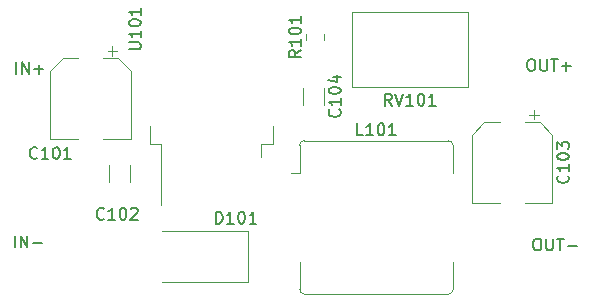
<source format=gbr>
%TF.GenerationSoftware,KiCad,Pcbnew,(6.0.7-1)-1*%
%TF.CreationDate,2022-10-26T21:12:01+02:00*%
%TF.ProjectId,Modulo_LM2596S,4d6f6475-6c6f-45f4-9c4d-32353936532e,rev?*%
%TF.SameCoordinates,Original*%
%TF.FileFunction,Legend,Top*%
%TF.FilePolarity,Positive*%
%FSLAX46Y46*%
G04 Gerber Fmt 4.6, Leading zero omitted, Abs format (unit mm)*
G04 Created by KiCad (PCBNEW (6.0.7-1)-1) date 2022-10-26 21:12:01*
%MOMM*%
%LPD*%
G01*
G04 APERTURE LIST*
%ADD10C,0.150000*%
%ADD11C,0.120000*%
G04 APERTURE END LIST*
D10*
X196130952Y-73702380D02*
X196321428Y-73702380D01*
X196416666Y-73750000D01*
X196511904Y-73845238D01*
X196559523Y-74035714D01*
X196559523Y-74369047D01*
X196511904Y-74559523D01*
X196416666Y-74654761D01*
X196321428Y-74702380D01*
X196130952Y-74702380D01*
X196035714Y-74654761D01*
X195940476Y-74559523D01*
X195892857Y-74369047D01*
X195892857Y-74035714D01*
X195940476Y-73845238D01*
X196035714Y-73750000D01*
X196130952Y-73702380D01*
X196988095Y-73702380D02*
X196988095Y-74511904D01*
X197035714Y-74607142D01*
X197083333Y-74654761D01*
X197178571Y-74702380D01*
X197369047Y-74702380D01*
X197464285Y-74654761D01*
X197511904Y-74607142D01*
X197559523Y-74511904D01*
X197559523Y-73702380D01*
X197892857Y-73702380D02*
X198464285Y-73702380D01*
X198178571Y-74702380D02*
X198178571Y-73702380D01*
X198797619Y-74321428D02*
X199559523Y-74321428D01*
X199178571Y-74702380D02*
X199178571Y-73940476D01*
X196630952Y-88902380D02*
X196821428Y-88902380D01*
X196916666Y-88950000D01*
X197011904Y-89045238D01*
X197059523Y-89235714D01*
X197059523Y-89569047D01*
X197011904Y-89759523D01*
X196916666Y-89854761D01*
X196821428Y-89902380D01*
X196630952Y-89902380D01*
X196535714Y-89854761D01*
X196440476Y-89759523D01*
X196392857Y-89569047D01*
X196392857Y-89235714D01*
X196440476Y-89045238D01*
X196535714Y-88950000D01*
X196630952Y-88902380D01*
X197488095Y-88902380D02*
X197488095Y-89711904D01*
X197535714Y-89807142D01*
X197583333Y-89854761D01*
X197678571Y-89902380D01*
X197869047Y-89902380D01*
X197964285Y-89854761D01*
X198011904Y-89807142D01*
X198059523Y-89711904D01*
X198059523Y-88902380D01*
X198392857Y-88902380D02*
X198964285Y-88902380D01*
X198678571Y-89902380D02*
X198678571Y-88902380D01*
X199297619Y-89521428D02*
X200059523Y-89521428D01*
X152607142Y-74952380D02*
X152607142Y-73952380D01*
X153083333Y-74952380D02*
X153083333Y-73952380D01*
X153654761Y-74952380D01*
X153654761Y-73952380D01*
X154130952Y-74571428D02*
X154892857Y-74571428D01*
X154511904Y-74952380D02*
X154511904Y-74190476D01*
X152507142Y-89652380D02*
X152507142Y-88652380D01*
X152983333Y-89652380D02*
X152983333Y-88652380D01*
X153554761Y-89652380D01*
X153554761Y-88652380D01*
X154030952Y-89271428D02*
X154792857Y-89271428D01*
%TO.C,U101*%
X162152380Y-72864285D02*
X162961904Y-72864285D01*
X163057142Y-72816666D01*
X163104761Y-72769047D01*
X163152380Y-72673809D01*
X163152380Y-72483333D01*
X163104761Y-72388095D01*
X163057142Y-72340476D01*
X162961904Y-72292857D01*
X162152380Y-72292857D01*
X163152380Y-71292857D02*
X163152380Y-71864285D01*
X163152380Y-71578571D02*
X162152380Y-71578571D01*
X162295238Y-71673809D01*
X162390476Y-71769047D01*
X162438095Y-71864285D01*
X162152380Y-70673809D02*
X162152380Y-70578571D01*
X162200000Y-70483333D01*
X162247619Y-70435714D01*
X162342857Y-70388095D01*
X162533333Y-70340476D01*
X162771428Y-70340476D01*
X162961904Y-70388095D01*
X163057142Y-70435714D01*
X163104761Y-70483333D01*
X163152380Y-70578571D01*
X163152380Y-70673809D01*
X163104761Y-70769047D01*
X163057142Y-70816666D01*
X162961904Y-70864285D01*
X162771428Y-70911904D01*
X162533333Y-70911904D01*
X162342857Y-70864285D01*
X162247619Y-70816666D01*
X162200000Y-70769047D01*
X162152380Y-70673809D01*
X163152380Y-69388095D02*
X163152380Y-69959523D01*
X163152380Y-69673809D02*
X162152380Y-69673809D01*
X162295238Y-69769047D01*
X162390476Y-69864285D01*
X162438095Y-69959523D01*
%TO.C,RV101*%
X184417380Y-77637380D02*
X184084047Y-77161190D01*
X183845952Y-77637380D02*
X183845952Y-76637380D01*
X184226904Y-76637380D01*
X184322142Y-76685000D01*
X184369761Y-76732619D01*
X184417380Y-76827857D01*
X184417380Y-76970714D01*
X184369761Y-77065952D01*
X184322142Y-77113571D01*
X184226904Y-77161190D01*
X183845952Y-77161190D01*
X184703095Y-76637380D02*
X185036428Y-77637380D01*
X185369761Y-76637380D01*
X186226904Y-77637380D02*
X185655476Y-77637380D01*
X185941190Y-77637380D02*
X185941190Y-76637380D01*
X185845952Y-76780238D01*
X185750714Y-76875476D01*
X185655476Y-76923095D01*
X186845952Y-76637380D02*
X186941190Y-76637380D01*
X187036428Y-76685000D01*
X187084047Y-76732619D01*
X187131666Y-76827857D01*
X187179285Y-77018333D01*
X187179285Y-77256428D01*
X187131666Y-77446904D01*
X187084047Y-77542142D01*
X187036428Y-77589761D01*
X186941190Y-77637380D01*
X186845952Y-77637380D01*
X186750714Y-77589761D01*
X186703095Y-77542142D01*
X186655476Y-77446904D01*
X186607857Y-77256428D01*
X186607857Y-77018333D01*
X186655476Y-76827857D01*
X186703095Y-76732619D01*
X186750714Y-76685000D01*
X186845952Y-76637380D01*
X188131666Y-77637380D02*
X187560238Y-77637380D01*
X187845952Y-77637380D02*
X187845952Y-76637380D01*
X187750714Y-76780238D01*
X187655476Y-76875476D01*
X187560238Y-76923095D01*
%TO.C,C102*%
X160030952Y-87207142D02*
X159983333Y-87254761D01*
X159840476Y-87302380D01*
X159745238Y-87302380D01*
X159602380Y-87254761D01*
X159507142Y-87159523D01*
X159459523Y-87064285D01*
X159411904Y-86873809D01*
X159411904Y-86730952D01*
X159459523Y-86540476D01*
X159507142Y-86445238D01*
X159602380Y-86350000D01*
X159745238Y-86302380D01*
X159840476Y-86302380D01*
X159983333Y-86350000D01*
X160030952Y-86397619D01*
X160983333Y-87302380D02*
X160411904Y-87302380D01*
X160697619Y-87302380D02*
X160697619Y-86302380D01*
X160602380Y-86445238D01*
X160507142Y-86540476D01*
X160411904Y-86588095D01*
X161602380Y-86302380D02*
X161697619Y-86302380D01*
X161792857Y-86350000D01*
X161840476Y-86397619D01*
X161888095Y-86492857D01*
X161935714Y-86683333D01*
X161935714Y-86921428D01*
X161888095Y-87111904D01*
X161840476Y-87207142D01*
X161792857Y-87254761D01*
X161697619Y-87302380D01*
X161602380Y-87302380D01*
X161507142Y-87254761D01*
X161459523Y-87207142D01*
X161411904Y-87111904D01*
X161364285Y-86921428D01*
X161364285Y-86683333D01*
X161411904Y-86492857D01*
X161459523Y-86397619D01*
X161507142Y-86350000D01*
X161602380Y-86302380D01*
X162316666Y-86397619D02*
X162364285Y-86350000D01*
X162459523Y-86302380D01*
X162697619Y-86302380D01*
X162792857Y-86350000D01*
X162840476Y-86397619D01*
X162888095Y-86492857D01*
X162888095Y-86588095D01*
X162840476Y-86730952D01*
X162269047Y-87302380D01*
X162888095Y-87302380D01*
%TO.C,C101*%
X154380952Y-82057142D02*
X154333333Y-82104761D01*
X154190476Y-82152380D01*
X154095238Y-82152380D01*
X153952380Y-82104761D01*
X153857142Y-82009523D01*
X153809523Y-81914285D01*
X153761904Y-81723809D01*
X153761904Y-81580952D01*
X153809523Y-81390476D01*
X153857142Y-81295238D01*
X153952380Y-81200000D01*
X154095238Y-81152380D01*
X154190476Y-81152380D01*
X154333333Y-81200000D01*
X154380952Y-81247619D01*
X155333333Y-82152380D02*
X154761904Y-82152380D01*
X155047619Y-82152380D02*
X155047619Y-81152380D01*
X154952380Y-81295238D01*
X154857142Y-81390476D01*
X154761904Y-81438095D01*
X155952380Y-81152380D02*
X156047619Y-81152380D01*
X156142857Y-81200000D01*
X156190476Y-81247619D01*
X156238095Y-81342857D01*
X156285714Y-81533333D01*
X156285714Y-81771428D01*
X156238095Y-81961904D01*
X156190476Y-82057142D01*
X156142857Y-82104761D01*
X156047619Y-82152380D01*
X155952380Y-82152380D01*
X155857142Y-82104761D01*
X155809523Y-82057142D01*
X155761904Y-81961904D01*
X155714285Y-81771428D01*
X155714285Y-81533333D01*
X155761904Y-81342857D01*
X155809523Y-81247619D01*
X155857142Y-81200000D01*
X155952380Y-81152380D01*
X157238095Y-82152380D02*
X156666666Y-82152380D01*
X156952380Y-82152380D02*
X156952380Y-81152380D01*
X156857142Y-81295238D01*
X156761904Y-81390476D01*
X156666666Y-81438095D01*
%TO.C,R101*%
X176702380Y-72944047D02*
X176226190Y-73277380D01*
X176702380Y-73515476D02*
X175702380Y-73515476D01*
X175702380Y-73134523D01*
X175750000Y-73039285D01*
X175797619Y-72991666D01*
X175892857Y-72944047D01*
X176035714Y-72944047D01*
X176130952Y-72991666D01*
X176178571Y-73039285D01*
X176226190Y-73134523D01*
X176226190Y-73515476D01*
X176702380Y-71991666D02*
X176702380Y-72563095D01*
X176702380Y-72277380D02*
X175702380Y-72277380D01*
X175845238Y-72372619D01*
X175940476Y-72467857D01*
X175988095Y-72563095D01*
X175702380Y-71372619D02*
X175702380Y-71277380D01*
X175750000Y-71182142D01*
X175797619Y-71134523D01*
X175892857Y-71086904D01*
X176083333Y-71039285D01*
X176321428Y-71039285D01*
X176511904Y-71086904D01*
X176607142Y-71134523D01*
X176654761Y-71182142D01*
X176702380Y-71277380D01*
X176702380Y-71372619D01*
X176654761Y-71467857D01*
X176607142Y-71515476D01*
X176511904Y-71563095D01*
X176321428Y-71610714D01*
X176083333Y-71610714D01*
X175892857Y-71563095D01*
X175797619Y-71515476D01*
X175750000Y-71467857D01*
X175702380Y-71372619D01*
X176702380Y-70086904D02*
X176702380Y-70658333D01*
X176702380Y-70372619D02*
X175702380Y-70372619D01*
X175845238Y-70467857D01*
X175940476Y-70563095D01*
X175988095Y-70658333D01*
%TO.C,C103*%
X199307142Y-83569047D02*
X199354761Y-83616666D01*
X199402380Y-83759523D01*
X199402380Y-83854761D01*
X199354761Y-83997619D01*
X199259523Y-84092857D01*
X199164285Y-84140476D01*
X198973809Y-84188095D01*
X198830952Y-84188095D01*
X198640476Y-84140476D01*
X198545238Y-84092857D01*
X198450000Y-83997619D01*
X198402380Y-83854761D01*
X198402380Y-83759523D01*
X198450000Y-83616666D01*
X198497619Y-83569047D01*
X199402380Y-82616666D02*
X199402380Y-83188095D01*
X199402380Y-82902380D02*
X198402380Y-82902380D01*
X198545238Y-82997619D01*
X198640476Y-83092857D01*
X198688095Y-83188095D01*
X198402380Y-81997619D02*
X198402380Y-81902380D01*
X198450000Y-81807142D01*
X198497619Y-81759523D01*
X198592857Y-81711904D01*
X198783333Y-81664285D01*
X199021428Y-81664285D01*
X199211904Y-81711904D01*
X199307142Y-81759523D01*
X199354761Y-81807142D01*
X199402380Y-81902380D01*
X199402380Y-81997619D01*
X199354761Y-82092857D01*
X199307142Y-82140476D01*
X199211904Y-82188095D01*
X199021428Y-82235714D01*
X198783333Y-82235714D01*
X198592857Y-82188095D01*
X198497619Y-82140476D01*
X198450000Y-82092857D01*
X198402380Y-81997619D01*
X198402380Y-81330952D02*
X198402380Y-80711904D01*
X198783333Y-81045238D01*
X198783333Y-80902380D01*
X198830952Y-80807142D01*
X198878571Y-80759523D01*
X198973809Y-80711904D01*
X199211904Y-80711904D01*
X199307142Y-80759523D01*
X199354761Y-80807142D01*
X199402380Y-80902380D01*
X199402380Y-81188095D01*
X199354761Y-81283333D01*
X199307142Y-81330952D01*
%TO.C,C104*%
X179982142Y-77969047D02*
X180029761Y-78016666D01*
X180077380Y-78159523D01*
X180077380Y-78254761D01*
X180029761Y-78397619D01*
X179934523Y-78492857D01*
X179839285Y-78540476D01*
X179648809Y-78588095D01*
X179505952Y-78588095D01*
X179315476Y-78540476D01*
X179220238Y-78492857D01*
X179125000Y-78397619D01*
X179077380Y-78254761D01*
X179077380Y-78159523D01*
X179125000Y-78016666D01*
X179172619Y-77969047D01*
X180077380Y-77016666D02*
X180077380Y-77588095D01*
X180077380Y-77302380D02*
X179077380Y-77302380D01*
X179220238Y-77397619D01*
X179315476Y-77492857D01*
X179363095Y-77588095D01*
X179077380Y-76397619D02*
X179077380Y-76302380D01*
X179125000Y-76207142D01*
X179172619Y-76159523D01*
X179267857Y-76111904D01*
X179458333Y-76064285D01*
X179696428Y-76064285D01*
X179886904Y-76111904D01*
X179982142Y-76159523D01*
X180029761Y-76207142D01*
X180077380Y-76302380D01*
X180077380Y-76397619D01*
X180029761Y-76492857D01*
X179982142Y-76540476D01*
X179886904Y-76588095D01*
X179696428Y-76635714D01*
X179458333Y-76635714D01*
X179267857Y-76588095D01*
X179172619Y-76540476D01*
X179125000Y-76492857D01*
X179077380Y-76397619D01*
X179410714Y-75207142D02*
X180077380Y-75207142D01*
X179029761Y-75445238D02*
X179744047Y-75683333D01*
X179744047Y-75064285D01*
%TO.C,D101*%
X169509523Y-87627380D02*
X169509523Y-86627380D01*
X169747619Y-86627380D01*
X169890476Y-86675000D01*
X169985714Y-86770238D01*
X170033333Y-86865476D01*
X170080952Y-87055952D01*
X170080952Y-87198809D01*
X170033333Y-87389285D01*
X169985714Y-87484523D01*
X169890476Y-87579761D01*
X169747619Y-87627380D01*
X169509523Y-87627380D01*
X171033333Y-87627380D02*
X170461904Y-87627380D01*
X170747619Y-87627380D02*
X170747619Y-86627380D01*
X170652380Y-86770238D01*
X170557142Y-86865476D01*
X170461904Y-86913095D01*
X171652380Y-86627380D02*
X171747619Y-86627380D01*
X171842857Y-86675000D01*
X171890476Y-86722619D01*
X171938095Y-86817857D01*
X171985714Y-87008333D01*
X171985714Y-87246428D01*
X171938095Y-87436904D01*
X171890476Y-87532142D01*
X171842857Y-87579761D01*
X171747619Y-87627380D01*
X171652380Y-87627380D01*
X171557142Y-87579761D01*
X171509523Y-87532142D01*
X171461904Y-87436904D01*
X171414285Y-87246428D01*
X171414285Y-87008333D01*
X171461904Y-86817857D01*
X171509523Y-86722619D01*
X171557142Y-86675000D01*
X171652380Y-86627380D01*
X172938095Y-87627380D02*
X172366666Y-87627380D01*
X172652380Y-87627380D02*
X172652380Y-86627380D01*
X172557142Y-86770238D01*
X172461904Y-86865476D01*
X172366666Y-86913095D01*
%TO.C,L101*%
X181980952Y-80152380D02*
X181504761Y-80152380D01*
X181504761Y-79152380D01*
X182838095Y-80152380D02*
X182266666Y-80152380D01*
X182552380Y-80152380D02*
X182552380Y-79152380D01*
X182457142Y-79295238D01*
X182361904Y-79390476D01*
X182266666Y-79438095D01*
X183457142Y-79152380D02*
X183552380Y-79152380D01*
X183647619Y-79200000D01*
X183695238Y-79247619D01*
X183742857Y-79342857D01*
X183790476Y-79533333D01*
X183790476Y-79771428D01*
X183742857Y-79961904D01*
X183695238Y-80057142D01*
X183647619Y-80104761D01*
X183552380Y-80152380D01*
X183457142Y-80152380D01*
X183361904Y-80104761D01*
X183314285Y-80057142D01*
X183266666Y-79961904D01*
X183219047Y-79771428D01*
X183219047Y-79533333D01*
X183266666Y-79342857D01*
X183314285Y-79247619D01*
X183361904Y-79200000D01*
X183457142Y-79152380D01*
X184742857Y-80152380D02*
X184171428Y-80152380D01*
X184457142Y-80152380D02*
X184457142Y-79152380D01*
X184361904Y-79295238D01*
X184266666Y-79390476D01*
X184171428Y-79438095D01*
D11*
%TO.C,U101*%
X164875000Y-80900000D02*
X164875000Y-86025000D01*
X163925000Y-79400000D02*
X163925000Y-80900000D01*
X174325000Y-79400000D02*
X174325000Y-80900000D01*
X174325000Y-80900000D02*
X173375000Y-80900000D01*
X163925000Y-80900000D02*
X164875000Y-80900000D01*
X173375000Y-80900000D02*
X173375000Y-82000000D01*
%TO.C,RV101*%
X190850000Y-76055000D02*
X181080000Y-76055000D01*
X181080000Y-76055000D02*
X181080000Y-69715000D01*
X190850000Y-76055000D02*
X190850000Y-69715000D01*
X190850000Y-69715000D02*
X181080000Y-69715000D01*
%TO.C,C102*%
X160440000Y-82663748D02*
X160440000Y-84086252D01*
X162260000Y-82663748D02*
X162260000Y-84086252D01*
%TO.C,C101*%
X161141250Y-73006250D02*
X160353750Y-73006250D01*
X162310000Y-74704437D02*
X162310000Y-80460000D01*
X156554437Y-73640000D02*
X155490000Y-74704437D01*
X160747500Y-72612500D02*
X160747500Y-73400000D01*
X162310000Y-80460000D02*
X159960000Y-80460000D01*
X155490000Y-80460000D02*
X157840000Y-80460000D01*
X156554437Y-73640000D02*
X157840000Y-73640000D01*
X161245563Y-73640000D02*
X162310000Y-74704437D01*
X155490000Y-74704437D02*
X155490000Y-80460000D01*
X161245563Y-73640000D02*
X159960000Y-73640000D01*
%TO.C,R101*%
X177165000Y-72052064D02*
X177165000Y-71597936D01*
X178635000Y-72052064D02*
X178635000Y-71597936D01*
%TO.C,C103*%
X192254437Y-79040000D02*
X191190000Y-80104437D01*
X198010000Y-80104437D02*
X198010000Y-85860000D01*
X196447500Y-78012500D02*
X196447500Y-78800000D01*
X191190000Y-80104437D02*
X191190000Y-85860000D01*
X198010000Y-85860000D02*
X195660000Y-85860000D01*
X191190000Y-85860000D02*
X193540000Y-85860000D01*
X196945563Y-79040000D02*
X195660000Y-79040000D01*
X196841250Y-78406250D02*
X196053750Y-78406250D01*
X196945563Y-79040000D02*
X198010000Y-80104437D01*
X192254437Y-79040000D02*
X193540000Y-79040000D01*
%TO.C,C104*%
X178685000Y-76138748D02*
X178685000Y-77561252D01*
X176865000Y-76138748D02*
X176865000Y-77561252D01*
%TO.C,D101*%
X172250000Y-88300000D02*
X164950000Y-88300000D01*
X172250000Y-92600000D02*
X172250000Y-88300000D01*
X172250000Y-92600000D02*
X164950000Y-92600000D01*
%TO.C,L101*%
X176600000Y-83350000D02*
X175850000Y-83350000D01*
X176600000Y-90850000D02*
X176600000Y-93200000D01*
X177000000Y-80600000D02*
X189200000Y-80600000D01*
X189200000Y-93600000D02*
X177000000Y-93600000D01*
X176600000Y-81000000D02*
X176600000Y-83350000D01*
X189600000Y-81000000D02*
X189600000Y-83350000D01*
X189600000Y-90850000D02*
X189600000Y-93200000D01*
X176600000Y-93200000D02*
G75*
G03*
X177000000Y-93600000I399999J-1D01*
G01*
X189600000Y-81000000D02*
G75*
G03*
X189200000Y-80600000I-400000J0D01*
G01*
X189200000Y-93600000D02*
G75*
G03*
X189600000Y-93200000I0J400000D01*
G01*
X177000000Y-80600000D02*
G75*
G03*
X176600000Y-81000000I-1J-399999D01*
G01*
%TD*%
M02*

</source>
